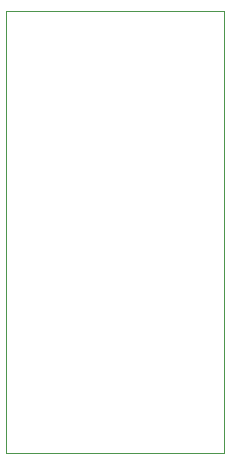
<source format=gbr>
%TF.GenerationSoftware,KiCad,Pcbnew,(5.1.12)-1*%
%TF.CreationDate,2023-02-10T19:32:19+01:00*%
%TF.ProjectId,bigrom,62696772-6f6d-42e6-9b69-6361645f7063,rev?*%
%TF.SameCoordinates,Original*%
%TF.FileFunction,Profile,NP*%
%FSLAX46Y46*%
G04 Gerber Fmt 4.6, Leading zero omitted, Abs format (unit mm)*
G04 Created by KiCad (PCBNEW (5.1.12)-1) date 2023-02-10 19:32:19*
%MOMM*%
%LPD*%
G01*
G04 APERTURE LIST*
%TA.AperFunction,Profile*%
%ADD10C,0.050000*%
%TD*%
G04 APERTURE END LIST*
D10*
X143420000Y-132530000D02*
X143420000Y-95150000D01*
X161920000Y-132530000D02*
X143420000Y-132530000D01*
X161920000Y-95150000D02*
X161920000Y-132530000D01*
X143420000Y-95150000D02*
X161920000Y-95150000D01*
M02*

</source>
